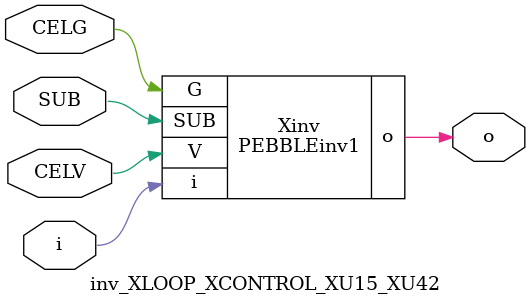
<source format=v>



module PEBBLEinv1 ( o, G, SUB, V, i );

  input V;
  input i;
  input G;
  output o;
  input SUB;
endmodule

//Celera Confidential Do Not Copy inv_XLOOP_XCONTROL_XU15_XU42
//Celera Confidential Symbol Generator
//5V Inverter
module inv_XLOOP_XCONTROL_XU15_XU42 (CELV,CELG,i,o,SUB);
input CELV;
input CELG;
input i;
input SUB;
output o;

//Celera Confidential Do Not Copy inv
PEBBLEinv1 Xinv(
.V (CELV),
.i (i),
.o (o),
.SUB (SUB),
.G (CELG)
);
//,diesize,PEBBLEinv1

//Celera Confidential Do Not Copy Module End
//Celera Schematic Generator
endmodule

</source>
